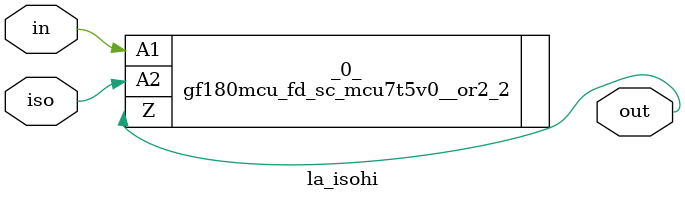
<source format=v>

/* Generated by Yosys 0.37 (git sha1 a5c7f69ed, clang 14.0.0-1ubuntu1.1 -fPIC -Os) */

module la_isohi(iso, in, out);
  input in;
  wire in;
  input iso;
  wire iso;
  output out;
  wire out;
  gf180mcu_fd_sc_mcu7t5v0__or2_2 _0_ (
    .A1(in),
    .A2(iso),
    .Z(out)
  );
endmodule

</source>
